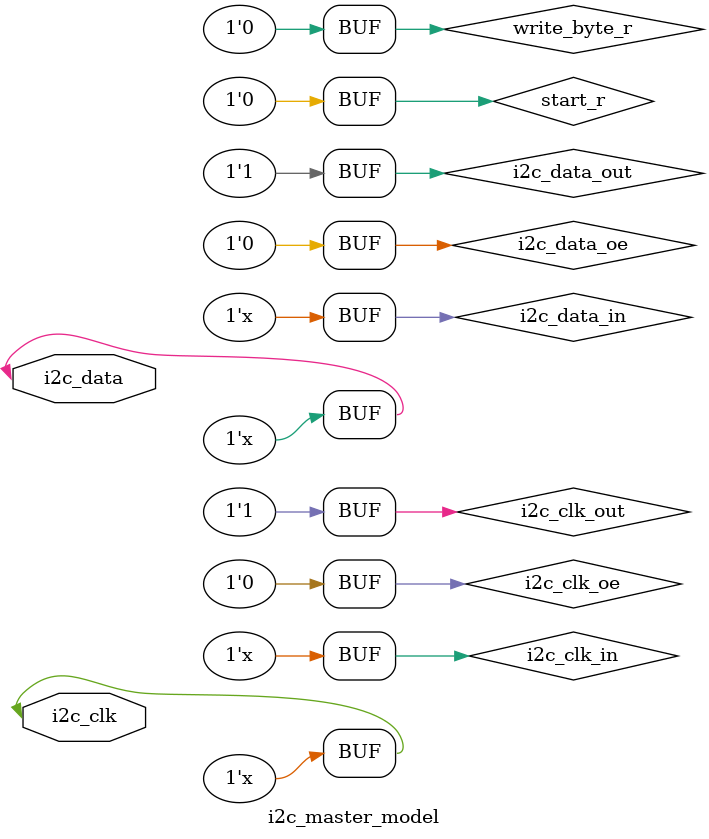
<source format=v>


`timescale 1ns/10ps


module 
  i2c_master_model
  #(
    parameter LOG_LEVEL = 3
  ) 
  (  
    inout i2c_data,
    inout i2c_clk
  );
  
  localparam tBUF     = 4700;
  localparam tSU_STA  = 4700;
  localparam tSU_DAT  = 250;
  localparam tHD_DAT  = 300; 
  localparam tHD_STA  = 4000; 
  localparam tLOW     = 4700; 
  localparam tHIGH    = 4000; 
  
  // --------------------------------------------------------------------
  //  wires & regs
  wire i2c_data_in = i2c_data;
  wire i2c_clk_in  = i2c_clk;
  
  reg i2c_data_oe;
  reg i2c_clk_oe;
  reg i2c_data_out;
  reg i2c_clk_out;
  
  reg i2c_ack_in;
  
  
  // --------------------------------------------------------------------
  //  init 
  initial
    begin
      i2c_data_oe   = 1'b0;
      i2c_clk_oe    = 1'b0;
      i2c_data_out  = 1'b1;
      i2c_clk_out   = 1'b1;
    end
    
  
  // --------------------------------------------------------------------
  //  start
  reg start_r = 1'b0;
  
  task start; 
    begin
    
      start_r = 1'b1;
    
      if( LOG_LEVEL > 2 )
        $display( "###- %m: I2C start at time %t. ", $time );
            
      #tBUF;
      
      if( i2c_data != 1'b1 )
        begin
          if( i2c_clk != 1'b0 )
            #tHIGH;
            
          i2c_clk_out = 1'b0;
          i2c_clk_oe  = 1'b1;
          #tHD_DAT;
          i2c_data_out = 1'b1;
          i2c_data_oe  = 1'b1;
        end  
        
      if( i2c_clk != 1'b1 )
        #tLOW;
        
      i2c_clk_out = 1'b1;
      i2c_clk_oe  = 1'b1;
      #tSU_STA;  
      i2c_data_out = 1'b0; 
      i2c_data_oe  = 1'b1;
      
      start_r = 1'b0;
         
    end    
  endtask
  

  // --------------------------------------------------------------------
  //  stop
  task stop; 
    begin
    
      if( LOG_LEVEL > 2 )
        $display( "###- %m: I2C stop at time %t. ", $time );
    
      if( i2c_data != 1'b0 )
        begin
          #tHD_DAT;
          i2c_data_out = 1'b0;
        end
        
      if( i2c_clk != 1'b1 )
        begin
          i2c_clk_out = 1'b1;
          #tLOW;
        end
      
      i2c_data_out  = 1'b1;
      i2c_clk_out   = 1'b1;
          
      i2c_data_oe = 1'b0;
      i2c_clk_oe  = 1'b0;
         
    end    
  endtask
  

  // --------------------------------------------------------------------
  //  write_bit
  task write_bit;
    input bit;
      begin
      
        #tHD_DAT;
        i2c_data_oe = 1'b1;
        i2c_data_out = bit;
        #tLOW;
        
        i2c_clk_out = 1'b1;
        #tHIGH;
        i2c_clk_out = 1'b0;
      
        
      end    
  endtask

            
  // --------------------------------------------------------------------
  //  write_byte
  reg write_byte_r = 1'b0;
  
  task write_byte;
    input [7:0]  data;
      begin
      
        write_byte_r = 1'b1;
      
        if( LOG_LEVEL > 2 )
          $display( "###- %m: I2C write 0x%h at time %t. ", data, $time );
          
        #tHD_STA;
        
        i2c_clk_out = 1'b0;
        
        write_bit( data[7] );
        write_bit( data[6] );
        write_bit( data[5] );
        write_bit( data[4] );
        write_bit( data[3] );
        write_bit( data[2] );
        write_bit( data[1] );
        write_bit( data[0] );
        
        #tHD_DAT;
        i2c_data_oe = 1'b0;
        #tLOW;
        
        i2c_clk_out = 1'b1;
        
        i2c_ack_in = i2c_data;
        
        if( LOG_LEVEL > 2 )
          if( i2c_data )
            $display( "###- %m: I2C NACK at time %t. ", $time );
          else  
            $display( "###- %m: I2C ACK at time %t. ", $time );
            
        #tHIGH;
        i2c_clk_out = 1'b0;
        #tHD_DAT;
        i2c_data_oe = 1'b1;
        #tLOW;
                
        write_byte_r = 1'b0;
                        
      end    
  endtask

  
  // --------------------------------------------------------------------
  //  read_bit
  reg [7:0] i2c_buffer_in;
  
  task read_bit;
    input [3:0] bit;
      begin
      
        i2c_data_oe = 1'b0;
        
        #tHD_DAT;
        i2c_buffer_in[bit] = i2c_data_in;
        #tLOW;
        
        i2c_clk_out = 1'b1;
        #tHIGH;
        i2c_clk_out = 1'b0;
      
        
      end    
  endtask

  
  // --------------------------------------------------------------------
  //  read_byte
  task read_byte;
    input ack;
      begin
          
        #tHD_STA;
        
        i2c_clk_out = 1'b0;
        i2c_data_oe = 1'b0;
        
        read_bit( 7 );
        read_bit( 6 );
        read_bit( 5 );
        read_bit( 4 );
        read_bit( 3 );
        read_bit( 2 );
        read_bit( 1 );
        read_bit( 0 );
        
        #tHD_DAT;
        i2c_data_out = ack;
        i2c_data_oe = 1'b1;
        #(tLOW - tHD_DAT);
        i2c_clk_out = 1'b1;
        
        if( LOG_LEVEL > 2 )
          $display( "###- %m: I2C read 0x%h at time %t. ", i2c_buffer_in, $time );
          
        #tHIGH;
        i2c_clk_out = 1'b0;
        #tLOW;
          
      end    
  endtask
      
            
  // --------------------------------------------------------------------
  //  outputs  
  assign i2c_data = i2c_data_oe ? i2c_data_out  : 1'bz;
  assign i2c_clk  = i2c_clk_oe  ? i2c_clk_out   : 1'bz;


endmodule


</source>
